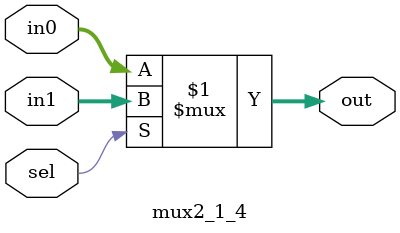
<source format=sv>
module mux2_1_4 (
    input  logic       sel,
    input  logic [3:0] in0,
    input  logic [3:0] in1,
    output logic [3:0] out
);
  assign out = sel ?  in1 : in0;
endmodule

</source>
